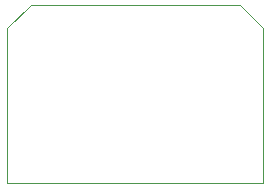
<source format=gbr>
%TF.GenerationSoftware,KiCad,Pcbnew,7.0.6*%
%TF.CreationDate,2023-09-26T13:20:30-07:00*%
%TF.ProjectId,snes_trigger_membranes,736e6573-5f74-4726-9967-6765725f6d65,rev?*%
%TF.SameCoordinates,Original*%
%TF.FileFunction,Profile,NP*%
%FSLAX46Y46*%
G04 Gerber Fmt 4.6, Leading zero omitted, Abs format (unit mm)*
G04 Created by KiCad (PCBNEW 7.0.6) date 2023-09-26 13:20:30*
%MOMM*%
%LPD*%
G01*
G04 APERTURE LIST*
%TA.AperFunction,Profile*%
%ADD10C,0.100000*%
%TD*%
G04 APERTURE END LIST*
D10*
X51928463Y-31864000D02*
X73628000Y-31864000D01*
X73628000Y-18764000D02*
X71628000Y-16764000D01*
X53928463Y-16764000D02*
X51928463Y-18764000D01*
X71628000Y-16764000D02*
X53928463Y-16764000D01*
X73628000Y-31864000D02*
X73628000Y-18764000D01*
X51928463Y-18764000D02*
X51928463Y-31864000D01*
M02*

</source>
